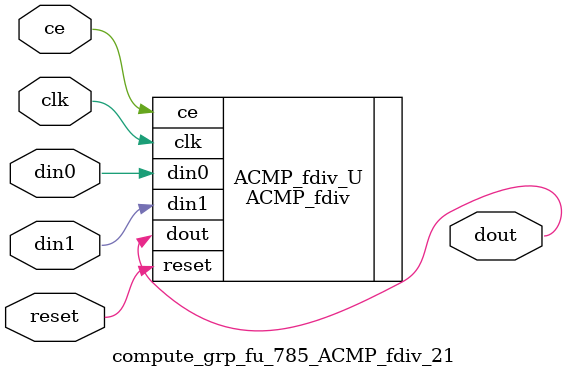
<source format=v>

`timescale 1 ns / 1 ps
module compute_grp_fu_785_ACMP_fdiv_21(
    clk,
    reset,
    ce,
    din0,
    din1,
    dout);

parameter ID = 32'd1;
parameter NUM_STAGE = 32'd1;
parameter din0_WIDTH = 32'd1;
parameter din1_WIDTH = 32'd1;
parameter dout_WIDTH = 32'd1;
input clk;
input reset;
input ce;
input[din0_WIDTH - 1:0] din0;
input[din1_WIDTH - 1:0] din1;
output[dout_WIDTH - 1:0] dout;



ACMP_fdiv #(
.ID( ID ),
.NUM_STAGE( 10 ),
.din0_WIDTH( din0_WIDTH ),
.din1_WIDTH( din1_WIDTH ),
.dout_WIDTH( dout_WIDTH ))
ACMP_fdiv_U(
    .clk( clk ),
    .reset( reset ),
    .ce( ce ),
    .din0( din0 ),
    .din1( din1 ),
    .dout( dout ));

endmodule

</source>
